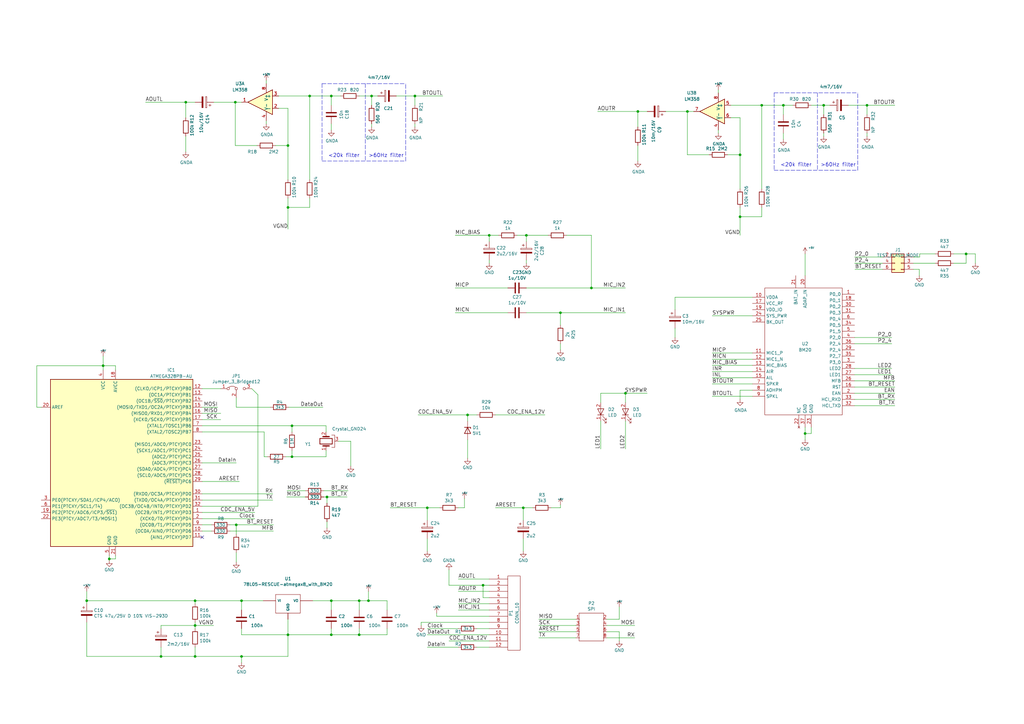
<source format=kicad_sch>
(kicad_sch (version 20200602) (host eeschema "5.99.0-unknown-6083c08~88~ubuntu18.04.1")
  (page 1 1)
  (paper "A3")
  (title_block (date "12 mar 2014"))
  (junction (at 35.56 246.38))
  (junction (at 42.291 149.987))
  (junction (at 44.831 229.235))
  (junction (at 66.04 269.24))
  (junction (at 76.2 41.91))
  (junction (at 80.01 246.38))
  (junction (at 80.01 256.54))
  (junction (at 80.01 269.24))
  (junction (at 96.52 41.91))
  (junction (at 96.901 215.265))
  (junction (at 99.06 246.38))
  (junction (at 99.06 269.24))
  (junction (at 118.11 59.69))
  (junction (at 118.11 85.09))
  (junction (at 118.11 260.35))
  (junction (at 119.761 174.625))
  (junction (at 119.761 187.325))
  (junction (at 127 39.37))
  (junction (at 134.112 203.835))
  (junction (at 135.89 39.37))
  (junction (at 135.89 246.38))
  (junction (at 135.89 260.35))
  (junction (at 147.32 246.38))
  (junction (at 147.32 260.35))
  (junction (at 151.13 246.38))
  (junction (at 152.4 39.37))
  (junction (at 170.18 39.37))
  (junction (at 175.26 208.28))
  (junction (at 191.77 170.18))
  (junction (at 198.12 240.03))
  (junction (at 200.66 96.52))
  (junction (at 214.63 208.28))
  (junction (at 215.9 96.52))
  (junction (at 229.87 128.27))
  (junction (at 242.57 118.11))
  (junction (at 256.54 161.29))
  (junction (at 261.62 45.72))
  (junction (at 281.94 45.72))
  (junction (at 303.53 63.5))
  (junction (at 303.53 88.9))
  (junction (at 312.42 43.18))
  (junction (at 321.31 43.18))
  (junction (at 330.2 177.8))
  (junction (at 337.82 43.18))
  (junction (at 355.6 43.18))
  (junction (at 396.24 104.14))
  (no_connect (at 82.931 220.345))
  (wire (pts (xy 15.113 149.987) (xy 42.291 149.987)))
  (wire (pts (xy 15.113 167.005) (xy 15.113 149.987)))
  (wire (pts (xy 16.891 167.005) (xy 15.113 167.005)))
  (wire (pts (xy 35.56 246.38) (xy 35.56 242.57)))
  (wire (pts (xy 35.56 246.38) (xy 35.56 247.65)))
  (wire (pts (xy 35.56 246.38) (xy 80.01 246.38)))
  (wire (pts (xy 35.56 255.27) (xy 35.56 269.24)))
  (wire (pts (xy 35.56 269.24) (xy 66.04 269.24)))
  (wire (pts (xy 42.291 146.05) (xy 42.291 149.987)))
  (wire (pts (xy 42.291 149.987) (xy 42.291 151.765)))
  (wire (pts (xy 42.291 149.987) (xy 47.371 149.987)))
  (wire (pts (xy 44.831 227.965) (xy 44.831 229.235)))
  (wire (pts (xy 44.831 229.235) (xy 44.831 229.87)))
  (wire (pts (xy 44.831 229.235) (xy 47.371 229.235)))
  (wire (pts (xy 47.371 149.987) (xy 47.371 151.765)))
  (wire (pts (xy 47.371 229.235) (xy 47.371 227.965)))
  (wire (pts (xy 59.69 41.91) (xy 76.2 41.91)))
  (wire (pts (xy 66.04 256.54) (xy 80.01 256.54)))
  (wire (pts (xy 66.04 257.81) (xy 66.04 256.54)))
  (wire (pts (xy 66.04 265.43) (xy 66.04 269.24)))
  (wire (pts (xy 76.2 41.91) (xy 80.01 41.91)))
  (wire (pts (xy 76.2 48.26) (xy 76.2 41.91)))
  (wire (pts (xy 76.2 62.23) (xy 76.2 55.88)))
  (wire (pts (xy 80.01 246.38) (xy 80.01 247.65)))
  (wire (pts (xy 80.01 246.38) (xy 99.06 246.38)))
  (wire (pts (xy 80.01 255.27) (xy 80.01 256.54)))
  (wire (pts (xy 80.01 256.54) (xy 80.01 257.81)))
  (wire (pts (xy 80.01 256.54) (xy 87.63 256.54)))
  (wire (pts (xy 80.01 265.43) (xy 80.01 269.24)))
  (wire (pts (xy 80.01 269.24) (xy 66.04 269.24)))
  (wire (pts (xy 82.931 169.545) (xy 90.551 169.545)))
  (wire (pts (xy 82.931 172.085) (xy 90.551 172.085)))
  (wire (pts (xy 82.931 174.625) (xy 119.761 174.625)))
  (wire (pts (xy 82.931 177.165) (xy 108.331 177.165)))
  (wire (pts (xy 82.931 189.865) (xy 96.901 189.865)))
  (wire (pts (xy 82.931 197.485) (xy 98.171 197.485)))
  (wire (pts (xy 82.931 202.565) (xy 111.887 202.565)))
  (wire (pts (xy 82.931 205.105) (xy 111.887 205.105)))
  (wire (pts (xy 82.931 207.645) (xy 105.791 207.645)))
  (wire (pts (xy 82.931 210.185) (xy 104.521 210.185)))
  (wire (pts (xy 82.931 212.725) (xy 104.521 212.725)))
  (wire (pts (xy 86.741 215.265) (xy 82.931 215.265)))
  (wire (pts (xy 86.741 217.805) (xy 82.931 217.805)))
  (wire (pts (xy 87.63 41.91) (xy 96.52 41.91)))
  (wire (pts (xy 89.281 167.005) (xy 82.931 167.005)))
  (wire (pts (xy 90.551 159.385) (xy 82.931 159.385)))
  (wire (pts (xy 94.361 215.265) (xy 96.901 215.265)))
  (wire (pts (xy 94.361 217.805) (xy 112.141 217.805)))
  (wire (pts (xy 96.52 41.91) (xy 96.52 59.69)))
  (wire (pts (xy 96.52 41.91) (xy 99.06 41.91)))
  (wire (pts (xy 96.901 167.005) (xy 96.901 163.195)))
  (wire (pts (xy 96.901 167.005) (xy 110.871 167.005)))
  (wire (pts (xy 96.901 215.265) (xy 112.141 215.265)))
  (wire (pts (xy 96.901 219.075) (xy 96.901 215.265)))
  (wire (pts (xy 96.901 230.505) (xy 96.901 226.695)))
  (wire (pts (xy 99.06 250.19) (xy 99.06 246.38)))
  (wire (pts (xy 99.06 257.81) (xy 99.06 260.35)))
  (wire (pts (xy 99.06 260.35) (xy 118.11 260.35)))
  (wire (pts (xy 99.06 269.24) (xy 80.01 269.24)))
  (wire (pts (xy 99.06 271.78) (xy 99.06 269.24)))
  (wire (pts (xy 103.251 159.385) (xy 105.791 161.925)))
  (wire (pts (xy 105.41 59.69) (xy 96.52 59.69)))
  (wire (pts (xy 105.791 161.925) (xy 105.791 207.645)))
  (wire (pts (xy 107.95 246.38) (xy 99.06 246.38)))
  (wire (pts (xy 108.331 177.165) (xy 108.331 187.325)))
  (wire (pts (xy 108.331 187.325) (xy 109.601 187.325)))
  (wire (pts (xy 109.22 33.02) (xy 109.22 34.29)))
  (wire (pts (xy 109.22 50.8) (xy 109.22 49.53)))
  (wire (pts (xy 113.03 59.69) (xy 118.11 59.69)))
  (wire (pts (xy 114.3 39.37) (xy 127 39.37)))
  (wire (pts (xy 114.3 44.45) (xy 118.11 44.45)))
  (wire (pts (xy 117.221 187.325) (xy 119.761 187.325)))
  (wire (pts (xy 117.602 203.835) (xy 125.222 203.835)))
  (wire (pts (xy 117.729 201.295) (xy 125.222 201.295)))
  (wire (pts (xy 118.11 44.45) (xy 118.11 59.69)))
  (wire (pts (xy 118.11 59.69) (xy 118.11 73.66)))
  (wire (pts (xy 118.11 81.28) (xy 118.11 85.09)))
  (wire (pts (xy 118.11 85.09) (xy 118.11 93.98)))
  (wire (pts (xy 118.11 254) (xy 118.11 260.35)))
  (wire (pts (xy 118.11 260.35) (xy 118.11 269.24)))
  (wire (pts (xy 118.11 269.24) (xy 99.06 269.24)))
  (wire (pts (xy 118.491 167.005) (xy 132.461 167.005)))
  (wire (pts (xy 119.761 174.625) (xy 119.761 177.165)))
  (wire (pts (xy 119.761 174.625) (xy 133.731 174.625)))
  (wire (pts (xy 119.761 184.785) (xy 119.761 187.325)))
  (wire (pts (xy 119.761 187.325) (xy 133.731 187.325)))
  (wire (pts (xy 127 39.37) (xy 135.89 39.37)))
  (wire (pts (xy 127 73.66) (xy 127 39.37)))
  (wire (pts (xy 127 81.28) (xy 127 85.09)))
  (wire (pts (xy 127 85.09) (xy 118.11 85.09)))
  (wire (pts (xy 128.27 246.38) (xy 135.89 246.38)))
  (wire (pts (xy 132.842 201.295) (xy 142.748 201.295)))
  (wire (pts (xy 132.842 203.835) (xy 134.112 203.835)))
  (wire (pts (xy 133.731 174.625) (xy 133.731 177.165)))
  (wire (pts (xy 133.731 187.325) (xy 133.731 184.785)))
  (wire (pts (xy 134.112 203.835) (xy 142.367 203.835)))
  (wire (pts (xy 134.112 206.375) (xy 134.112 203.835)))
  (wire (pts (xy 134.112 216.535) (xy 134.112 213.995)))
  (wire (pts (xy 135.89 39.37) (xy 139.7 39.37)))
  (wire (pts (xy 135.89 43.18) (xy 135.89 39.37)))
  (wire (pts (xy 135.89 50.8) (xy 135.89 53.34)))
  (wire (pts (xy 135.89 246.38) (xy 147.32 246.38)))
  (wire (pts (xy 135.89 250.19) (xy 135.89 246.38)))
  (wire (pts (xy 135.89 257.81) (xy 135.89 260.35)))
  (wire (pts (xy 135.89 260.35) (xy 118.11 260.35)))
  (wire (pts (xy 138.811 180.975) (xy 143.891 180.975)))
  (wire (pts (xy 143.891 180.975) (xy 143.891 191.135)))
  (wire (pts (xy 147.32 39.37) (xy 152.4 39.37)))
  (wire (pts (xy 147.32 246.38) (xy 151.13 246.38)))
  (wire (pts (xy 147.32 250.19) (xy 147.32 246.38)))
  (wire (pts (xy 147.32 257.81) (xy 147.32 260.35)))
  (wire (pts (xy 147.32 260.35) (xy 135.89 260.35)))
  (wire (pts (xy 151.13 246.38) (xy 151.13 242.57)))
  (wire (pts (xy 152.4 39.37) (xy 154.94 39.37)))
  (wire (pts (xy 152.4 43.18) (xy 152.4 39.37)))
  (wire (pts (xy 152.4 50.8) (xy 152.4 52.07)))
  (wire (pts (xy 158.75 246.38) (xy 151.13 246.38)))
  (wire (pts (xy 158.75 250.19) (xy 158.75 246.38)))
  (wire (pts (xy 158.75 257.81) (xy 158.75 260.35)))
  (wire (pts (xy 158.75 260.35) (xy 147.32 260.35)))
  (wire (pts (xy 160.02 208.28) (xy 175.26 208.28)))
  (wire (pts (xy 162.56 39.37) (xy 170.18 39.37)))
  (wire (pts (xy 170.18 39.37) (xy 170.18 43.18)))
  (wire (pts (xy 170.18 52.07) (xy 170.18 50.8)))
  (wire (pts (xy 171.45 170.18) (xy 191.77 170.18)))
  (wire (pts (xy 172.72 255.27) (xy 172.72 256.54)))
  (wire (pts (xy 172.72 255.27) (xy 200.66 255.27)))
  (wire (pts (xy 175.26 208.28) (xy 180.34 208.28)))
  (wire (pts (xy 175.26 213.36) (xy 175.26 208.28)))
  (wire (pts (xy 175.26 226.06) (xy 175.26 220.98)))
  (wire (pts (xy 175.26 260.35) (xy 200.66 260.35)))
  (wire (pts (xy 179.07 252.73) (xy 179.07 251.46)))
  (wire (pts (xy 179.07 252.73) (xy 200.66 252.73)))
  (wire (pts (xy 181.61 39.37) (xy 170.18 39.37)))
  (wire (pts (xy 184.15 233.68) (xy 184.15 240.03)))
  (wire (pts (xy 184.15 240.03) (xy 198.12 240.03)))
  (wire (pts (xy 184.15 262.89) (xy 200.66 262.89)))
  (wire (pts (xy 186.69 96.52) (xy 200.66 96.52)))
  (wire (pts (xy 186.69 118.11) (xy 208.28 118.11)))
  (wire (pts (xy 186.69 128.27) (xy 208.28 128.27)))
  (wire (pts (xy 187.96 208.28) (xy 190.5 208.28)))
  (wire (pts (xy 187.96 247.65) (xy 200.66 247.65)))
  (wire (pts (xy 187.96 250.19) (xy 200.66 250.19)))
  (wire (pts (xy 187.96 257.81) (xy 175.26 257.81)))
  (wire (pts (xy 187.96 265.43) (xy 175.26 265.43)))
  (wire (pts (xy 190.5 208.28) (xy 190.5 204.47)))
  (wire (pts (xy 191.77 170.18) (xy 191.77 172.72)))
  (wire (pts (xy 191.77 170.18) (xy 195.58 170.18)))
  (wire (pts (xy 191.77 180.34) (xy 191.77 187.96)))
  (wire (pts (xy 195.58 257.81) (xy 200.66 257.81)))
  (wire (pts (xy 195.58 265.43) (xy 200.66 265.43)))
  (wire (pts (xy 198.12 240.03) (xy 200.66 240.03)))
  (wire (pts (xy 198.12 245.11) (xy 198.12 240.03)))
  (wire (pts (xy 200.66 99.06) (xy 200.66 96.52)))
  (wire (pts (xy 200.66 107.95) (xy 200.66 106.68)))
  (wire (pts (xy 200.66 237.49) (xy 187.96 237.49)))
  (wire (pts (xy 200.66 242.57) (xy 187.96 242.57)))
  (wire (pts (xy 200.66 245.11) (xy 198.12 245.11)))
  (wire (pts (xy 203.2 170.18) (xy 223.52 170.18)))
  (wire (pts (xy 203.2 208.28) (xy 214.63 208.28)))
  (wire (pts (xy 204.47 96.52) (xy 200.66 96.52)))
  (wire (pts (xy 212.09 96.52) (xy 215.9 96.52)))
  (wire (pts (xy 214.63 208.28) (xy 214.63 213.36)))
  (wire (pts (xy 214.63 208.28) (xy 218.44 208.28)))
  (wire (pts (xy 214.63 226.06) (xy 214.63 220.98)))
  (wire (pts (xy 215.9 96.52) (xy 224.79 96.52)))
  (wire (pts (xy 215.9 99.06) (xy 215.9 96.52)))
  (wire (pts (xy 215.9 107.95) (xy 215.9 106.68)))
  (wire (pts (xy 215.9 118.11) (xy 242.57 118.11)))
  (wire (pts (xy 215.9 128.27) (xy 229.87 128.27)))
  (wire (pts (xy 220.98 256.54) (xy 236.22 256.54)))
  (wire (pts (xy 220.98 261.62) (xy 236.22 261.62)))
  (wire (pts (xy 229.87 128.27) (xy 256.54 128.27)))
  (wire (pts (xy 229.87 133.35) (xy 229.87 128.27)))
  (wire (pts (xy 229.87 143.51) (xy 229.87 140.97)))
  (wire (pts (xy 229.87 207.01) (xy 229.87 208.28)))
  (wire (pts (xy 229.87 208.28) (xy 226.06 208.28)))
  (wire (pts (xy 232.41 96.52) (xy 242.57 96.52)))
  (wire (pts (xy 236.22 254) (xy 220.98 254)))
  (wire (pts (xy 236.22 259.08) (xy 220.98 259.08)))
  (wire (pts (xy 242.57 96.52) (xy 242.57 118.11)))
  (wire (pts (xy 242.57 118.11) (xy 256.54 118.11)))
  (wire (pts (xy 245.11 45.72) (xy 261.62 45.72)))
  (wire (pts (xy 246.38 161.29) (xy 256.54 161.29)))
  (wire (pts (xy 246.38 165.1) (xy 246.38 161.29)))
  (wire (pts (xy 246.38 172.72) (xy 246.38 184.15)))
  (wire (pts (xy 248.92 254) (xy 254 254)))
  (wire (pts (xy 248.92 256.54) (xy 260.35 256.54)))
  (wire (pts (xy 248.92 259.08) (xy 254 259.08)))
  (wire (pts (xy 248.92 261.62) (xy 260.35 261.62)))
  (wire (pts (xy 254 254) (xy 254 248.92)))
  (wire (pts (xy 254 259.08) (xy 254 262.89)))
  (wire (pts (xy 256.54 161.29) (xy 265.43 161.29)))
  (wire (pts (xy 256.54 165.1) (xy 256.54 161.29)))
  (wire (pts (xy 256.54 172.72) (xy 256.54 184.15)))
  (wire (pts (xy 261.62 45.72) (xy 265.43 45.72)))
  (wire (pts (xy 261.62 52.07) (xy 261.62 45.72)))
  (wire (pts (xy 261.62 66.04) (xy 261.62 59.69)))
  (wire (pts (xy 273.05 45.72) (xy 281.94 45.72)))
  (wire (pts (xy 276.86 121.92) (xy 308.61 121.92)))
  (wire (pts (xy 276.86 127) (xy 276.86 121.92)))
  (wire (pts (xy 276.86 138.43) (xy 276.86 134.62)))
  (wire (pts (xy 281.94 45.72) (xy 281.94 63.5)))
  (wire (pts (xy 281.94 45.72) (xy 284.48 45.72)))
  (wire (pts (xy 290.83 63.5) (xy 281.94 63.5)))
  (wire (pts (xy 292.1 144.78) (xy 308.61 144.78)))
  (wire (pts (xy 292.1 147.32) (xy 308.61 147.32)))
  (wire (pts (xy 292.1 149.86) (xy 308.61 149.86)))
  (wire (pts (xy 292.1 157.48) (xy 308.61 157.48)))
  (wire (pts (xy 292.1 162.56) (xy 308.61 162.56)))
  (wire (pts (xy 294.64 36.83) (xy 294.64 38.1)))
  (wire (pts (xy 294.64 54.61) (xy 294.64 53.34)))
  (wire (pts (xy 298.45 63.5) (xy 303.53 63.5)))
  (wire (pts (xy 299.72 43.18) (xy 312.42 43.18)))
  (wire (pts (xy 299.72 48.26) (xy 303.53 48.26)))
  (wire (pts (xy 303.53 48.26) (xy 303.53 63.5)))
  (wire (pts (xy 303.53 77.47) (xy 303.53 63.5)))
  (wire (pts (xy 303.53 85.09) (xy 303.53 88.9)))
  (wire (pts (xy 303.53 88.9) (xy 303.53 96.52)))
  (wire (pts (xy 303.53 160.02) (xy 308.61 160.02)))
  (wire (pts (xy 303.53 163.83) (xy 303.53 160.02)))
  (wire (pts (xy 308.61 129.54) (xy 292.1 129.54)))
  (wire (pts (xy 308.61 152.4) (xy 292.1 152.4)))
  (wire (pts (xy 308.61 154.94) (xy 292.1 154.94)))
  (wire (pts (xy 312.42 43.18) (xy 321.31 43.18)))
  (wire (pts (xy 312.42 77.47) (xy 312.42 43.18)))
  (wire (pts (xy 312.42 85.09) (xy 312.42 88.9)))
  (wire (pts (xy 312.42 88.9) (xy 303.53 88.9)))
  (wire (pts (xy 321.31 43.18) (xy 325.12 43.18)))
  (wire (pts (xy 321.31 46.99) (xy 321.31 43.18)))
  (wire (pts (xy 321.31 54.61) (xy 321.31 57.15)))
  (wire (pts (xy 330.2 104.14) (xy 330.2 113.03)))
  (wire (pts (xy 330.2 175.26) (xy 330.2 177.8)))
  (wire (pts (xy 330.2 177.8) (xy 330.2 180.34)))
  (wire (pts (xy 332.74 43.18) (xy 337.82 43.18)))
  (wire (pts (xy 332.74 175.26) (xy 332.74 177.8)))
  (wire (pts (xy 332.74 177.8) (xy 330.2 177.8)))
  (wire (pts (xy 337.82 43.18) (xy 340.36 43.18)))
  (wire (pts (xy 337.82 46.99) (xy 337.82 43.18)))
  (wire (pts (xy 337.82 54.61) (xy 337.82 55.88)))
  (wire (pts (xy 347.98 43.18) (xy 355.6 43.18)))
  (wire (pts (xy 350.52 107.95) (xy 361.95 107.95)))
  (wire (pts (xy 350.52 138.43) (xy 365.76 138.43)))
  (wire (pts (xy 350.52 140.97) (xy 365.76 140.97)))
  (wire (pts (xy 350.52 156.21) (xy 367.03 156.21)))
  (wire (pts (xy 350.52 163.83) (xy 367.03 163.83)))
  (wire (pts (xy 350.647 110.49) (xy 361.95 110.49)))
  (wire (pts (xy 355.6 43.18) (xy 355.6 46.99)))
  (wire (pts (xy 355.6 55.88) (xy 355.6 54.61)))
  (wire (pts (xy 361.95 105.41) (xy 350.52 105.41)))
  (wire (pts (xy 365.76 151.13) (xy 350.52 151.13)))
  (wire (pts (xy 365.76 153.67) (xy 350.52 153.67)))
  (wire (pts (xy 367.03 43.18) (xy 355.6 43.18)))
  (wire (pts (xy 367.03 158.75) (xy 350.52 158.75)))
  (wire (pts (xy 367.03 161.29) (xy 350.52 161.29)))
  (wire (pts (xy 367.03 166.37) (xy 350.52 166.37)))
  (wire (pts (xy 374.65 107.95) (xy 383.54 107.95)))
  (wire (pts (xy 374.65 110.49) (xy 377.063 110.49)))
  (wire (pts (xy 377.063 110.49) (xy 377.063 113.03)))
  (wire (pts (xy 377.19 104.14) (xy 377.19 105.41)))
  (wire (pts (xy 377.19 105.41) (xy 374.65 105.41)))
  (wire (pts (xy 383.54 104.14) (xy 377.19 104.14)))
  (wire (pts (xy 391.16 107.95) (xy 396.24 107.95)))
  (wire (pts (xy 396.24 104.14) (xy 391.16 104.14)))
  (wire (pts (xy 396.24 107.95) (xy 396.24 104.14)))
  (wire (pts (xy 400.05 104.14) (xy 396.24 104.14)))
  (wire (pts (xy 400.05 107.95) (xy 400.05 104.14)))
  (polyline (pts (xy 132.08 34.29) (xy 132.08 66.04)) (stroke (width 0) (type dash)))
  (polyline (pts (xy 132.08 34.29) (xy 166.37 34.29)) (stroke (width 0) (type dash)))
  (polyline (pts (xy 132.08 66.04) (xy 166.37 66.04)) (stroke (width 0) (type dash)))
  (polyline (pts (xy 149.86 34.29) (xy 149.86 66.04)) (stroke (width 0) (type dash)))
  (polyline (pts (xy 166.37 66.04) (xy 166.37 34.29)) (stroke (width 0) (type dash)))
  (polyline (pts (xy 317.5 38.1) (xy 317.5 69.85)) (stroke (width 0) (type dash)))
  (polyline (pts (xy 317.5 38.1) (xy 351.79 38.1)) (stroke (width 0) (type dash)))
  (polyline (pts (xy 317.5 69.85) (xy 351.79 69.85)) (stroke (width 0) (type dash)))
  (polyline (pts (xy 335.28 38.1) (xy 335.28 69.85)) (stroke (width 0) (type dash)))
  (polyline (pts (xy 351.79 69.85) (xy 351.79 38.1)) (stroke (width 0) (type dash)))
  (text "<20k filter" (at 134.62 64.77 0) (effects (font (size 1.524 1.524)) (justify left bottom)))
  (text ">60Hz filter" (at 151.13 64.77 0) (effects (font (size 1.524 1.524)) (justify left bottom)))
  (text "<20k filter" (at 320.04 68.58 0) (effects (font (size 1.524 1.524)) (justify left bottom)))
  (text ">60Hz filter" (at 336.55 68.58 0) (effects (font (size 1.524 1.524)) (justify left bottom)))
  (label "AOUTL" (at 59.69 41.91 0) (effects (font (size 1.524 1.524))))
  (label "VGND" (at 87.63 256.54 180) (effects (font (size 1.524 1.524))))
  (label "MOSI" (at 89.281 167.005 180) (effects (font (size 1.524 1.524))))
  (label "MISO" (at 89.281 169.545 180) (effects (font (size 1.524 1.524))))
  (label "SCK" (at 89.281 172.085 180) (effects (font (size 1.524 1.524))))
  (label "DataIn" (at 96.901 189.865 180) (effects (font (size 1.524 1.524))))
  (label "ARESET" (at 98.171 197.485 180) (effects (font (size 1.524 1.524))))
  (label "CDC_ENA_5V" (at 104.521 210.185 180) (effects (font (size 1.524 1.524))))
  (label "Clock" (at 104.521 212.725 180) (effects (font (size 1.524 1.524))))
  (label "RX" (at 111.887 202.565 180) (effects (font (size 1.524 1.524))))
  (label "TX" (at 111.887 205.105 180) (effects (font (size 1.524 1.524))))
  (label "BT_RESET" (at 112.141 215.265 180) (effects (font (size 1.524 1.524))))
  (label "MFB" (at 112.141 217.805 180) (effects (font (size 1.524 1.524))))
  (label "MISO" (at 117.602 203.835 0) (effects (font (size 1.524 1.524))))
  (label "MOSI" (at 117.729 201.295 0) (effects (font (size 1.524 1.524))))
  (label "VGND" (at 118.11 93.98 180) (effects (font (size 1.524 1.524))))
  (label "DataOut" (at 132.461 167.005 180) (effects (font (size 1.524 1.524))))
  (label "BT_TX" (at 142.367 203.835 180) (effects (font (size 1.524 1.524))))
  (label "BT_RX" (at 142.748 201.295 180) (effects (font (size 1.524 1.524))))
  (label "BT_RESET" (at 160.02 208.28 0) (effects (font (size 1.524 1.524))))
  (label "CDC_ENA_5V" (at 171.45 170.18 0) (effects (font (size 1.524 1.524))))
  (label "Clock" (at 175.26 257.81 0) (effects (font (size 1.524 1.524))))
  (label "DataOut" (at 175.26 260.35 0) (effects (font (size 1.524 1.524))))
  (label "DataIn" (at 175.26 265.43 0) (effects (font (size 1.524 1.524))))
  (label "BTOUTL" (at 181.61 39.37 180) (effects (font (size 1.524 1.524))))
  (label "CDC_ENA_12V" (at 184.15 262.89 0) (effects (font (size 1.524 1.524))))
  (label "MIC_BIAS" (at 186.69 96.52 0) (effects (font (size 1.524 1.524))))
  (label "MICP" (at 186.69 118.11 0) (effects (font (size 1.524 1.524))))
  (label "MICN" (at 186.69 128.27 0) (effects (font (size 1.524 1.524))))
  (label "AOUTL" (at 187.96 237.49 0) (effects (font (size 1.524 1.524))))
  (label "AOUTR" (at 187.96 242.57 0) (effects (font (size 1.524 1.524))))
  (label "MIC_IN2" (at 187.96 247.65 0) (effects (font (size 1.524 1.524))))
  (label "MIC_IN1" (at 187.96 250.19 0) (effects (font (size 1.524 1.524))))
  (label "ARESET" (at 203.2 208.28 0) (effects (font (size 1.524 1.524))))
  (label "MISO" (at 220.98 254 0) (effects (font (size 1.524 1.524))))
  (label "SCK" (at 220.98 256.54 0) (effects (font (size 1.524 1.524))))
  (label "ARESET" (at 220.98 259.08 0) (effects (font (size 1.524 1.524))))
  (label "TX" (at 220.98 261.62 0) (effects (font (size 1.524 1.524))))
  (label "CDC_ENA_12V" (at 223.52 170.18 180) (effects (font (size 1.524 1.524))))
  (label "AOUTR" (at 245.11 45.72 0) (effects (font (size 1.524 1.524))))
  (label "LED1" (at 246.38 184.15 90) (effects (font (size 1.524 1.524))))
  (label "MIC_IN2" (at 256.54 118.11 180) (effects (font (size 1.524 1.524))))
  (label "MIC_IN1" (at 256.54 128.27 180) (effects (font (size 1.524 1.524))))
  (label "LED2" (at 256.54 184.15 90) (effects (font (size 1.524 1.524))))
  (label "MOSI" (at 260.35 256.54 180) (effects (font (size 1.524 1.524))))
  (label "RX" (at 260.35 261.62 180) (effects (font (size 1.524 1.524))))
  (label "SYSPWR" (at 265.43 161.29 180) (effects (font (size 1.524 1.524))))
  (label "SYSPWR" (at 292.1 129.54 0) (effects (font (size 1.524 1.524))))
  (label "MICP" (at 292.1 144.78 0) (effects (font (size 1.524 1.524))))
  (label "MICN" (at 292.1 147.32 0) (effects (font (size 1.524 1.524))))
  (label "MIC_BIAS" (at 292.1 149.86 0) (effects (font (size 1.524 1.524))))
  (label "INR" (at 292.1 152.4 0) (effects (font (size 1.524 1.524))))
  (label "INL" (at 292.1 154.94 0) (effects (font (size 1.524 1.524))))
  (label "BTOUTR" (at 292.1 157.48 0) (effects (font (size 1.524 1.524))))
  (label "BTOUTL" (at 292.1 162.56 0) (effects (font (size 1.524 1.524))))
  (label "VGND" (at 303.53 96.52 180) (effects (font (size 1.524 1.524))))
  (label "P2_0" (at 350.52 105.41 0) (effects (font (size 1.524 1.524))))
  (label "P2_4" (at 350.52 107.95 0) (effects (font (size 1.524 1.524))))
  (label "BT_RESET" (at 350.647 110.49 0) (effects (font (size 1.524 1.524))))
  (label "P2_0" (at 365.76 138.43 180) (effects (font (size 1.524 1.524))))
  (label "P2_4" (at 365.76 140.97 180) (effects (font (size 1.524 1.524))))
  (label "LED2" (at 365.76 151.13 180) (effects (font (size 1.524 1.524))))
  (label "LED1" (at 365.76 153.67 180) (effects (font (size 1.524 1.524))))
  (label "BTOUTR" (at 367.03 43.18 180) (effects (font (size 1.524 1.524))))
  (label "MFB" (at 367.03 156.21 180) (effects (font (size 1.524 1.524))))
  (label "BT_RESET" (at 367.03 158.75 180) (effects (font (size 1.524 1.524))))
  (label "EAN" (at 367.03 161.29 180) (effects (font (size 1.524 1.524))))
  (label "BT_RX" (at 367.03 163.83 180) (effects (font (size 1.524 1.524))))
  (label "BT_TX" (at 367.03 166.37 180) (effects (font (size 1.524 1.524))))
  (symbol (lib_id "atmegax8_with_BM20-rescue:+12V-RESCUE-atmegax8_with_BM20") (at 35.56 242.57 0) (unit 1)
    (property "Reference" "#PWR02" (effects hide))
    (property "Value" "+12V" (at 35.56 240.03 0) (effects (font (size 0.762 0.762))))
  )
  (symbol (lib_id "atmegax8_with_BM20-rescue:+5V-RESCUE-atmegax8_with_BM20") (at 42.291 146.05 0) (unit 1)
    (property "Reference" "#PWR04" (effects hide))
    (property "Value" "+5V" (at 42.291 143.764 0) (effects (font (size 0.762 0.762))))
  )
  (symbol (lib_id "atmegax8_with_BM20-rescue:+12V-RESCUE-atmegax8_with_BM20") (at 109.22 33.02 0) (unit 1)
    (property "Reference" "#PWR09" (effects hide))
    (property "Value" "+12V" (at 109.22 30.48 0) (effects (font (size 0.762 0.762))))
  )
  (symbol (lib_id "atmegax8_with_BM20-rescue:+5V-RESCUE-atmegax8_with_BM20") (at 151.13 242.57 0) (unit 1)
    (property "Reference" "#PWR03" (effects hide))
    (property "Value" "+5V" (at 151.13 240.284 0) (effects (font (size 0.762 0.762))))
  )
  (symbol (lib_id "atmegax8_with_BM20-rescue:+12V-RESCUE-atmegax8_with_BM20") (at 179.07 251.46 0) (unit 1)
    (property "Reference" "#PWR05" (effects hide))
    (property "Value" "+12V" (at 179.07 248.92 0) (effects (font (size 0.762 0.762))))
  )
  (symbol (lib_id "atmegax8_with_BM20-rescue:+5V-RESCUE-atmegax8_with_BM20") (at 190.5 204.47 0) (unit 1)
    (property "Reference" "#PWR018" (effects hide))
    (property "Value" "+5V" (at 190.5 202.184 0) (effects (font (size 0.762 0.762))))
  )
  (symbol (lib_id "atmegax8_with_BM20-rescue:+5V-RESCUE-atmegax8_with_BM20") (at 229.87 207.01 0) (unit 1)
    (property "Reference" "#PWR01" (effects hide))
    (property "Value" "+5V" (at 229.87 204.724 0) (effects (font (size 0.762 0.762))))
  )
  (symbol (lib_id "atmegax8_with_BM20-rescue:+5V-RESCUE-atmegax8_with_BM20") (at 254 248.92 0) (unit 1)
    (property "Reference" "#PWR019" (effects hide))
    (property "Value" "+5V" (at 254 246.634 0) (effects (font (size 0.762 0.762))))
  )
  (symbol (lib_id "atmegax8_with_BM20-rescue:+12V-RESCUE-atmegax8_with_BM20") (at 294.64 36.83 0) (unit 1)
    (property "Reference" "#PWR023" (effects hide))
    (property "Value" "+12V" (at 294.64 34.29 0) (effects (font (size 0.762 0.762))))
  )
  (symbol (lib_id "atmegax8_with_BM20-rescue:+5V-RESCUE-atmegax8_with_BM20") (at 330.2 104.14 0) (unit 1)
    (property "Reference" "#PWR026" (effects hide))
    (property "Value" "+5V" (at 332.74 101.6 0) (effects (font (size 0.762 0.762))))
  )
  (symbol (lib_id "atmegax8_with_BM20-rescue:GND-RESCUE-atmegax8_with_BM20") (at 44.831 229.87 0) (unit 1)
    (property "Reference" "#PWR06" (effects hide))
    (property "Value" "GND" (at 44.831 233.68 0))
  )
  (symbol (lib_id "atmegax8_with_BM20-rescue:GNDA-RESCUE-atmegax8_with_BM20") (at 76.2 62.23 0) (unit 1)
    (property "Reference" "#PWR032" (effects hide))
    (property "Value" "GNDA" (at 76.4032 66.6496 0))
  )
  (symbol (lib_id "atmegax8_with_BM20-rescue:GND-RESCUE-atmegax8_with_BM20") (at 96.901 230.505 0) (unit 1)
    (property "Reference" "#PWR034" (effects hide))
    (property "Value" "GND" (at 96.901 234.315 0))
  )
  (symbol (lib_id "atmegax8_with_BM20-rescue:GND-RESCUE-atmegax8_with_BM20") (at 99.06 271.78 0) (unit 1)
    (property "Reference" "#PWR08" (effects hide))
    (property "Value" "GND" (at 99.06 275.59 0))
  )
  (symbol (lib_id "atmegax8_with_BM20-rescue:GNDA-RESCUE-atmegax8_with_BM20") (at 109.22 50.8 0) (unit 1)
    (property "Reference" "#PWR031" (effects hide))
    (property "Value" "GNDA" (at 109.4232 55.2196 0))
  )
  (symbol (lib_id "atmegax8_with_BM20-rescue:GND-RESCUE-atmegax8_with_BM20") (at 134.112 216.535 0) (unit 1)
    (property "Reference" "#PWR028" (effects hide))
    (property "Value" "GND" (at 134.112 220.345 0))
  )
  (symbol (lib_id "atmegax8_with_BM20-rescue:GNDA-RESCUE-atmegax8_with_BM20") (at 135.89 53.34 0) (unit 1)
    (property "Reference" "#PWR010" (effects hide))
    (property "Value" "GNDA" (at 136.0932 57.7596 0))
  )
  (symbol (lib_id "atmegax8_with_BM20-rescue:GND-RESCUE-atmegax8_with_BM20") (at 143.891 191.135 0) (unit 1)
    (property "Reference" "#PWR07" (effects hide))
    (property "Value" "GND" (at 143.891 194.945 0))
  )
  (symbol (lib_id "atmegax8_with_BM20-rescue:GNDA-RESCUE-atmegax8_with_BM20") (at 152.4 52.07 0) (unit 1)
    (property "Reference" "#PWR014" (effects hide))
    (property "Value" "GNDA" (at 152.6032 56.4896 0))
  )
  (symbol (lib_id "atmegax8_with_BM20-rescue:GNDA-RESCUE-atmegax8_with_BM20") (at 170.18 52.07 0) (unit 1)
    (property "Reference" "#PWR016" (effects hide))
    (property "Value" "GNDA" (at 170.3832 56.4896 0))
  )
  (symbol (lib_id "atmegax8_with_BM20-rescue:GND-RESCUE-atmegax8_with_BM20") (at 172.72 256.54 0) (unit 1)
    (property "Reference" "#PWR011" (effects hide))
    (property "Value" "GND" (at 172.72 260.35 0))
  )
  (symbol (lib_id "atmegax8_with_BM20-rescue:GND-RESCUE-atmegax8_with_BM20") (at 175.26 226.06 0) (unit 1)
    (property "Reference" "#PWR017" (effects hide))
    (property "Value" "GND" (at 175.26 229.87 0))
  )
  (symbol (lib_id "atmegax8_with_BM20-rescue:GNDA-RESCUE-atmegax8_with_BM20") (at 184.15 233.68 180) (unit 1)
    (property "Reference" "#PWR021" (effects hide))
    (property "Value" "GNDA" (at 184.15 229.87 0))
  )
  (symbol (lib_id "atmegax8_with_BM20-rescue:GND-RESCUE-atmegax8_with_BM20") (at 191.77 187.96 0) (unit 1)
    (property "Reference" "#PWR039" (effects hide))
    (property "Value" "GND" (at 191.77 191.77 0))
  )
  (symbol (lib_id "atmegax8_with_BM20-rescue:GND-RESCUE-atmegax8_with_BM20") (at 200.66 107.95 0) (unit 1)
    (property "Reference" "#PWR038" (effects hide))
    (property "Value" "GND" (at 200.66 111.76 0))
  )
  (symbol (lib_id "atmegax8_with_BM20-rescue:GND-RESCUE-atmegax8_with_BM20") (at 214.63 226.06 0) (unit 1)
    (property "Reference" "#PWR012" (effects hide))
    (property "Value" "GND" (at 214.63 229.87 0))
  )
  (symbol (lib_id "atmegax8_with_BM20-rescue:GND-RESCUE-atmegax8_with_BM20") (at 215.9 107.95 0) (unit 1)
    (property "Reference" "#PWR013" (effects hide))
    (property "Value" "GND" (at 215.9 111.76 0))
  )
  (symbol (lib_id "atmegax8_with_BM20-rescue:GND-RESCUE-atmegax8_with_BM20") (at 229.87 143.51 0) (unit 1)
    (property "Reference" "#PWR029" (effects hide))
    (property "Value" "GND" (at 229.87 147.32 0))
  )
  (symbol (lib_id "atmegax8_with_BM20-rescue:GND-RESCUE-atmegax8_with_BM20") (at 254 262.89 0) (unit 1)
    (property "Reference" "#PWR020" (effects hide))
    (property "Value" "GND" (at 254 266.7 0))
  )
  (symbol (lib_id "atmegax8_with_BM20-rescue:GNDA-RESCUE-atmegax8_with_BM20") (at 261.62 66.04 0) (unit 1)
    (property "Reference" "#PWR036" (effects hide))
    (property "Value" "GNDA" (at 261.8232 70.4596 0))
  )
  (symbol (lib_id "atmegax8_with_BM20-rescue:GND-RESCUE-atmegax8_with_BM20") (at 276.86 138.43 0) (unit 1)
    (property "Reference" "#PWR022" (effects hide))
    (property "Value" "GND" (at 276.86 142.24 0))
  )
  (symbol (lib_id "atmegax8_with_BM20-rescue:GNDA-RESCUE-atmegax8_with_BM20") (at 294.64 54.61 0) (unit 1)
    (property "Reference" "#PWR035" (effects hide))
    (property "Value" "GNDA" (at 294.8432 59.0296 0))
  )
  (symbol (lib_id "atmegax8_with_BM20-rescue:GNDA-RESCUE-atmegax8_with_BM20") (at 303.53 163.83 0) (unit 1)
    (property "Reference" "#PWR024" (effects hide))
    (property "Value" "GNDA" (at 303.7332 168.2496 0))
  )
  (symbol (lib_id "atmegax8_with_BM20-rescue:GNDA-RESCUE-atmegax8_with_BM20") (at 321.31 57.15 0) (unit 1)
    (property "Reference" "#PWR025" (effects hide))
    (property "Value" "GNDA" (at 321.5132 61.5696 0))
  )
  (symbol (lib_id "atmegax8_with_BM20-rescue:GND-RESCUE-atmegax8_with_BM20") (at 330.2 180.34 0) (unit 1)
    (property "Reference" "#PWR043" (effects hide))
    (property "Value" "GND" (at 330.2 184.15 0))
  )
  (symbol (lib_id "atmegax8_with_BM20-rescue:GNDA-RESCUE-atmegax8_with_BM20") (at 337.82 55.88 0) (unit 1)
    (property "Reference" "#PWR027" (effects hide))
    (property "Value" "GNDA" (at 338.0232 60.2996 0))
  )
  (symbol (lib_id "atmegax8_with_BM20-rescue:GNDA-RESCUE-atmegax8_with_BM20") (at 355.6 55.88 0) (unit 1)
    (property "Reference" "#PWR030" (effects hide))
    (property "Value" "GNDA" (at 355.8032 60.2996 0))
  )
  (symbol (lib_id "atmegax8_with_BM20-rescue:GND-RESCUE-atmegax8_with_BM20") (at 377.063 113.03 0) (unit 1)
    (property "Reference" "#PWR0101" (effects hide))
    (property "Value" "GND" (at 377.063 116.84 0))
  )
  (symbol (lib_id "atmegax8_with_BM20-rescue:GND-RESCUE-atmegax8_with_BM20") (at 400.05 107.95 0) (unit 1)
    (property "Reference" "#PWR033" (effects hide))
    (property "Value" "GND" (at 400.05 111.76 0))
  )
  (symbol (lib_id "atmegax8_with_BM20-rescue:R-RESCUE-atmegax8_with_BM20") (at 76.2 52.07 0) (mirror x) (unit 1)
    (property "Reference" "R12" (at 78.74 50.8 90) (effects (justify right)))
    (property "Value" "100k" (at 78.74 55.88 90) (effects (justify right)))
    (property "Footprint" "Resistors_SMD:R_0805_HandSoldering" (effects hide))
  )
  (symbol (lib_id "atmegax8_with_BM20-rescue:R-RESCUE-atmegax8_with_BM20") (at 80.01 251.46 180) (unit 1)
    (property "Reference" "R16" (at 81.788 250.2916 0) (effects (justify right)))
    (property "Value" "100k" (at 81.788 252.6284 0) (effects (justify right)))
    (property "Footprint" "Resistors_SMD:R_0805_HandSoldering" (effects hide))
  )
  (symbol (lib_id "atmegax8_with_BM20-rescue:R-RESCUE-atmegax8_with_BM20") (at 80.01 261.62 180) (unit 1)
    (property "Reference" "R17" (at 81.788 260.4516 0) (effects (justify right)))
    (property "Value" "100k" (at 81.788 262.7884 0) (effects (justify right)))
    (property "Footprint" "Resistors_SMD:R_0805_HandSoldering" (effects hide))
  )
  (symbol (lib_id "atmegax8_with_BM20-rescue:R-RESCUE-atmegax8_with_BM20") (at 90.551 215.265 90) (unit 1)
    (property "Reference" "R8" (at 90.551 212.725 90))
    (property "Value" "330" (at 90.551 215.265 90))
    (property "Footprint" "Resistors_SMD:R_0805_HandSoldering" (effects hide))
  )
  (symbol (lib_id "atmegax8_with_BM20-rescue:R-RESCUE-atmegax8_with_BM20") (at 90.551 217.805 90) (unit 1)
    (property "Reference" "R9" (at 90.551 220.345 90))
    (property "Value" "330" (at 90.551 217.805 90))
    (property "Footprint" "Resistors_SMD:R_0805_HandSoldering" (effects hide))
  )
  (symbol (lib_id "atmegax8_with_BM20-rescue:R-RESCUE-atmegax8_with_BM20") (at 96.901 222.885 0) (unit 1)
    (property "Reference" "R34" (at 98.679 221.7166 0) (effects (justify left)))
    (property "Value" "4k7" (at 98.679 224.0534 0) (effects (justify left)))
    (property "Footprint" "Resistors_SMD:R_0805_HandSoldering" (effects hide))
  )
  (symbol (lib_id "atmegax8_with_BM20-rescue:R-RESCUE-atmegax8_with_BM20") (at 109.22 59.69 270) (mirror x) (unit 1)
    (property "Reference" "R18" (at 105.41 62.23 90) (effects (justify right)))
    (property "Value" "2M2" (at 114.3 62.23 90) (effects (justify right)))
    (property "Footprint" "Resistors_SMD:R_0805_HandSoldering" (effects hide))
  )
  (symbol (lib_id "atmegax8_with_BM20-rescue:R-RESCUE-atmegax8_with_BM20") (at 113.411 187.325 270) (unit 1)
    (property "Reference" "R5" (at 113.411 189.357 90))
    (property "Value" "27" (at 113.411 187.325 90))
    (property "Footprint" "Resistors_SMD:R_0805_HandSoldering" (effects hide))
  )
  (symbol (lib_id "atmegax8_with_BM20-rescue:R-RESCUE-atmegax8_with_BM20") (at 114.681 167.005 90) (unit 1)
    (property "Reference" "R4" (at 114.681 164.973 90))
    (property "Value" "3k3" (at 114.681 167.005 90))
    (property "Footprint" "Resistors_SMD:R_0805_HandSoldering" (effects hide))
  )
  (symbol (lib_id "atmegax8_with_BM20-rescue:R-RESCUE-atmegax8_with_BM20") (at 118.11 77.47 0) (mirror x) (unit 1)
    (property "Reference" "R10" (at 120.65 76.2 90) (effects (justify right)))
    (property "Value" "100k" (at 120.65 81.28 90) (effects (justify right)))
    (property "Footprint" "Resistors_SMD:R_0805_HandSoldering" (effects hide))
  )
  (symbol (lib_id "atmegax8_with_BM20-rescue:R-RESCUE-atmegax8_with_BM20") (at 119.761 180.975 0) (unit 1)
    (property "Reference" "R6" (at 117.221 180.975 90))
    (property "Value" "1M" (at 119.761 180.975 90))
    (property "Footprint" "Resistors_SMD:R_0805_HandSoldering" (effects hide))
  )
  (symbol (lib_id "atmegax8_with_BM20-rescue:R-RESCUE-atmegax8_with_BM20") (at 127 77.47 0) (mirror x) (unit 1)
    (property "Reference" "R24" (at 129.54 76.2 90) (effects (justify right)))
    (property "Value" "100k" (at 129.54 81.28 90) (effects (justify right)))
    (property "Footprint" "Resistors_SMD:R_0805_HandSoldering" (effects hide))
  )
  (symbol (lib_id "atmegax8_with_BM20-rescue:R-RESCUE-atmegax8_with_BM20") (at 129.032 201.295 90) (unit 1)
    (property "Reference" "R13" (at 129.032 198.755 90))
    (property "Value" "330" (at 129.032 201.295 90))
    (property "Footprint" "Resistors_SMD:R_0805_HandSoldering" (effects hide))
  )
  (symbol (lib_id "atmegax8_with_BM20-rescue:R-RESCUE-atmegax8_with_BM20") (at 129.032 203.835 90) (unit 1)
    (property "Reference" "R14" (at 129.032 206.375 90))
    (property "Value" "330" (at 129.032 203.835 90))
    (property "Footprint" "Resistors_SMD:R_0805_HandSoldering" (effects hide))
  )
  (symbol (lib_id "atmegax8_with_BM20-rescue:R-RESCUE-atmegax8_with_BM20") (at 134.112 210.185 0) (unit 1)
    (property "Reference" "R19" (at 135.89 209.0166 0) (effects (justify left)))
    (property "Value" "4k7" (at 135.89 211.3534 0) (effects (justify left)))
    (property "Footprint" "Resistors_SMD:R_0805_HandSoldering" (effects hide))
  )
  (symbol (lib_id "atmegax8_with_BM20-rescue:R-RESCUE-atmegax8_with_BM20") (at 143.51 39.37 270) (mirror x) (unit 1)
    (property "Reference" "R23" (at 142.24 36.83 90) (effects (justify right)))
    (property "Value" "820" (at 147.32 36.83 90) (effects (justify right)))
    (property "Footprint" "Resistors_SMD:R_0805_HandSoldering" (effects hide))
  )
  (symbol (lib_id "atmegax8_with_BM20-rescue:R-RESCUE-atmegax8_with_BM20") (at 152.4 46.99 0) (mirror x) (unit 1)
    (property "Reference" "R20" (at 154.94 45.72 90) (effects (justify right)))
    (property "Value" "560" (at 154.94 50.8 90) (effects (justify right)))
    (property "Footprint" "Resistors_SMD:R_0805_HandSoldering" (effects hide))
  )
  (symbol (lib_id "atmegax8_with_BM20-rescue:R-RESCUE-atmegax8_with_BM20") (at 170.18 46.99 0) (mirror x) (unit 1)
    (property "Reference" "R21" (at 172.72 45.72 90) (effects (justify right)))
    (property "Value" "NP" (at 172.72 50.8 90) (effects (justify right)))
    (property "Footprint" "Resistors_SMD:R_0805_HandSoldering" (effects hide))
  )
  (symbol (lib_id "atmegax8_with_BM20-rescue:R-RESCUE-atmegax8_with_BM20") (at 184.15 208.28 90) (unit 1)
    (property "Reference" "R7" (at 184.15 202.9968 90))
    (property "Value" "3k3" (at 184.15 205.3336 90))
    (property "Footprint" "Resistors_SMD:R_0805_HandSoldering" (effects hide))
  )
  (symbol (lib_id "atmegax8_with_BM20-rescue:R-RESCUE-atmegax8_with_BM20") (at 191.77 257.81 270) (unit 1)
    (property "Reference" "R1" (at 187.96 259.08 90))
    (property "Value" "3k3" (at 191.77 257.81 90))
    (property "Footprint" "Resistors_SMD:R_0805_HandSoldering" (effects hide))
  )
  (symbol (lib_id "atmegax8_with_BM20-rescue:R-RESCUE-atmegax8_with_BM20") (at 191.77 265.43 270) (unit 1)
    (property "Reference" "R2" (at 187.96 264.16 90))
    (property "Value" "3k3" (at 191.77 265.43 90))
    (property "Footprint" "Resistors_SMD:R_0805_HandSoldering" (effects hide))
  )
  (symbol (lib_id "atmegax8_with_BM20-rescue:R-RESCUE-atmegax8_with_BM20") (at 199.39 170.18 90) (unit 1)
    (property "Reference" "R29" (at 199.39 164.8968 90))
    (property "Value" "10k" (at 199.39 167.2336 90))
    (property "Footprint" "Resistors_SMD:R_0805_HandSoldering" (effects hide))
  )
  (symbol (lib_id "atmegax8_with_BM20-rescue:R-RESCUE-atmegax8_with_BM20") (at 208.28 96.52 270) (mirror x) (unit 1)
    (property "Reference" "R22" (at 208.28 91.2368 90))
    (property "Value" "1k" (at 208.28 93.5736 90))
    (property "Footprint" "Resistors_SMD:R_0805_HandSoldering" (effects hide))
  )
  (symbol (lib_id "atmegax8_with_BM20-rescue:R-RESCUE-atmegax8_with_BM20") (at 222.25 208.28 90) (unit 1)
    (property "Reference" "R3" (at 222.25 202.9968 90))
    (property "Value" "3k3" (at 222.25 205.3336 90))
    (property "Footprint" "Resistors_SMD:R_0805_HandSoldering" (effects hide))
  )
  (symbol (lib_id "atmegax8_with_BM20-rescue:R-RESCUE-atmegax8_with_BM20") (at 228.6 96.52 270) (mirror x) (unit 1)
    (property "Reference" "R27" (at 228.6 91.2368 90))
    (property "Value" "1k" (at 228.6 93.5736 90))
    (property "Footprint" "Resistors_SMD:R_0805_HandSoldering" (effects hide))
  )
  (symbol (lib_id "atmegax8_with_BM20-rescue:R-RESCUE-atmegax8_with_BM20") (at 229.87 137.16 0) (mirror x) (unit 1)
    (property "Reference" "R25" (at 235.1532 137.16 90))
    (property "Value" "2k" (at 232.8164 137.16 90))
    (property "Footprint" "Resistors_SMD:R_0805_HandSoldering" (effects hide))
  )
  (symbol (lib_id "atmegax8_with_BM20-rescue:R-RESCUE-atmegax8_with_BM20") (at 261.62 55.88 0) (mirror x) (unit 1)
    (property "Reference" "R11" (at 264.16 54.61 90) (effects (justify right)))
    (property "Value" "100k" (at 264.16 59.69 90) (effects (justify right)))
    (property "Footprint" "Resistors_SMD:R_0805_HandSoldering" (effects hide))
  )
  (symbol (lib_id "atmegax8_with_BM20-rescue:R-RESCUE-atmegax8_with_BM20") (at 294.64 63.5 270) (mirror x) (unit 1)
    (property "Reference" "R15" (at 293.37 60.96 90) (effects (justify right)))
    (property "Value" "2M2" (at 298.45 60.96 90) (effects (justify right)))
    (property "Footprint" "Resistors_SMD:R_0805_HandSoldering" (effects hide))
  )
  (symbol (lib_id "atmegax8_with_BM20-rescue:R-RESCUE-atmegax8_with_BM20") (at 303.53 81.28 0) (mirror x) (unit 1)
    (property "Reference" "R26" (at 306.07 80.01 90) (effects (justify right)))
    (property "Value" "100k" (at 306.07 85.09 90) (effects (justify right)))
    (property "Footprint" "Resistors_SMD:R_0805_HandSoldering" (effects hide))
  )
  (symbol (lib_id "atmegax8_with_BM20-rescue:R-RESCUE-atmegax8_with_BM20") (at 312.42 81.28 0) (mirror x) (unit 1)
    (property "Reference" "R28" (at 314.96 80.01 90) (effects (justify right)))
    (property "Value" "100k" (at 314.96 85.09 90) (effects (justify right)))
    (property "Footprint" "Resistors_SMD:R_0805_HandSoldering" (effects hide))
  )
  (symbol (lib_id "atmegax8_with_BM20-rescue:R-RESCUE-atmegax8_with_BM20") (at 328.93 43.18 270) (mirror x) (unit 1)
    (property "Reference" "R30" (at 327.66 40.64 90) (effects (justify right)))
    (property "Value" "820" (at 332.74 40.64 90) (effects (justify right)))
    (property "Footprint" "Resistors_SMD:R_0805_HandSoldering" (effects hide))
  )
  (symbol (lib_id "atmegax8_with_BM20-rescue:R-RESCUE-atmegax8_with_BM20") (at 337.82 50.8 0) (mirror x) (unit 1)
    (property "Reference" "R31" (at 340.36 49.53 90) (effects (justify right)))
    (property "Value" "560" (at 340.36 54.61 90) (effects (justify right)))
    (property "Footprint" "Resistors_SMD:R_0805_HandSoldering" (effects hide))
  )
  (symbol (lib_id "atmegax8_with_BM20-rescue:R-RESCUE-atmegax8_with_BM20") (at 355.6 50.8 0) (mirror x) (unit 1)
    (property "Reference" "R32" (at 358.14 49.53 90) (effects (justify right)))
    (property "Value" "NP" (at 358.14 54.61 90) (effects (justify right)))
    (property "Footprint" "Resistors_SMD:R_0805_HandSoldering" (effects hide))
  )
  (symbol (lib_id "Device:R") (at 387.35 104.14 270) (unit 1)
    (property "Reference" "R33" (at 387.35 98.8822 90))
    (property "Value" "4k7" (at 387.35 101.1936 90))
    (property "Footprint" "Resistors_SMD:R_0805_HandSoldering" (effects hide))
  )
  (symbol (lib_id "Device:R") (at 387.35 107.95 90) (unit 1)
    (property "Reference" "R35" (at 387.35 113.2078 90))
    (property "Value" "4k7" (at 387.35 110.8964 90))
    (property "Footprint" "Resistors_SMD:R_0805_HandSoldering" (effects hide))
  )
  (symbol (lib_id "Device:D_Zener") (at 191.77 176.53 270) (unit 1)
    (property "Reference" "D1" (at 193.7766 175.3616 90) (effects (justify left)))
    (property "Value" "5V1" (at 193.7766 177.673 90) (effects (justify left)))
    (property "Footprint" "Diodes_SMD.pretty:MiniMELF_Handsoldering" (effects hide))
  )
  (symbol (lib_id "atmegax8_with_BM20-rescue:LED-RESCUE-atmegax8_with_BM20") (at 246.38 168.91 90) (unit 1)
    (property "Reference" "D2" (at 249.3518 167.9448 90) (effects (justify right)))
    (property "Value" "LED" (at 249.3518 170.2562 90) (effects (justify right)))
    (property "Footprint" "LEDs:LED_0805_HandSoldering" (effects hide))
  )
  (symbol (lib_id "atmegax8_with_BM20-rescue:LED-RESCUE-atmegax8_with_BM20") (at 256.54 168.91 90) (unit 1)
    (property "Reference" "D3" (at 259.5118 167.9448 90) (effects (justify right)))
    (property "Value" "LED" (at 259.5118 170.2562 90) (effects (justify right)))
    (property "Footprint" "LEDs:LED_0805_HandSoldering" (effects hide))
  )
  (symbol (lib_id "atmegax8_with_BM20-rescue:CP-RESCUE-atmegax8_with_BM20") (at 35.56 251.46 0) (unit 1)
    (property "Reference" "C10" (at 38.481 250.2916 0) (effects (justify left)))
    (property "Value" "CTS 47u/25V D 10% VIS-293D" (at 38.481 252.6284 0) (effects (justify left)))
    (property "Footprint" "Capacitors_Tantalum_SMD.pretty:TantalC_SizeD_EIA-7343_HandSoldering" (effects hide))
  )
  (symbol (lib_id "atmegax8_with_BM20-rescue:CP-RESCUE-atmegax8_with_BM20") (at 66.04 261.62 0) (unit 1)
    (property "Reference" "C13" (at 71.12 260.35 0) (effects (justify left)))
    (property "Value" "2m2/16V" (at 68.58 264.16 0) (effects (justify left)))
    (property "Footprint" "Capacitors_Tantalum_SMD.pretty:TantalC_SizeA_EIA-3216_HandSoldering" (effects hide))
  )
  (symbol (lib_id "atmegax8_with_BM20-rescue:CP-RESCUE-atmegax8_with_BM20") (at 83.82 41.91 270) (mirror x) (unit 1)
    (property "Reference" "C14" (at 85.09 50.8 0) (effects (justify left)))
    (property "Value" "10u/16V" (at 82.55 54.61 0) (effects (justify left)))
    (property "Footprint" "Capacitors_SMD.pretty:c_elec_5x5.8" (effects hide))
  )
  (symbol (lib_id "atmegax8_with_BM20-rescue:C-RESCUE-atmegax8_with_BM20") (at 99.06 254 0) (unit 1)
    (property "Reference" "C1" (at 101.981 252.8316 0) (effects (justify left)))
    (property "Value" "100n" (at 102.87 256.54 0) (effects (justify left)))
    (property "Footprint" "Capacitors_SMD.pretty:C_0805_HandSoldering" (effects hide))
  )
  (symbol (lib_id "atmegax8_with_BM20-rescue:C-RESCUE-atmegax8_with_BM20") (at 135.89 46.99 0) (unit 1)
    (property "Reference" "C18" (at 142.3162 46.99 90))
    (property "Value" "10n" (at 139.9794 46.99 90))
    (property "Footprint" "Capacitors_SMD.pretty:C_0805_HandSoldering" (effects hide))
  )
  (symbol (lib_id "atmegax8_with_BM20-rescue:C-RESCUE-atmegax8_with_BM20") (at 135.89 254 0) (unit 1)
    (property "Reference" "C2" (at 138.811 252.8316 0) (effects (justify left)))
    (property "Value" "100n" (at 139.7 256.54 0) (effects (justify left)))
    (property "Footprint" "Capacitors_SMD.pretty:C_0805_HandSoldering" (effects hide))
  )
  (symbol (lib_id "atmegax8_with_BM20-rescue:C-RESCUE-atmegax8_with_BM20") (at 147.32 254 0) (unit 1)
    (property "Reference" "C6" (at 150.241 252.8316 0) (effects (justify left)))
    (property "Value" "100n" (at 151.13 256.54 0) (effects (justify left)))
    (property "Footprint" "Capacitors_SMD.pretty:C_0805_HandSoldering" (effects hide))
  )
  (symbol (lib_id "atmegax8_with_BM20-rescue:CP-RESCUE-atmegax8_with_BM20") (at 158.75 39.37 90) (mirror x) (unit 1)
    (property "Reference" "C21" (at 161.29 44.45 90) (effects (justify left)))
    (property "Value" "4m7/16V" (at 160.02 31.75 90) (effects (justify left)))
    (property "Footprint" "Capacitors_SMD.pretty:c_elec_5x5.8" (effects hide))
  )
  (symbol (lib_id "atmegax8_with_BM20-rescue:C-RESCUE-atmegax8_with_BM20") (at 158.75 254 0) (unit 1)
    (property "Reference" "C7" (at 161.671 252.8316 0) (effects (justify left)))
    (property "Value" "100n" (at 162.56 256.54 0) (effects (justify left)))
    (property "Footprint" "Capacitors_SMD.pretty:C_0805_HandSoldering" (effects hide))
  )
  (symbol (lib_id "atmegax8_with_BM20-rescue:CP-RESCUE-atmegax8_with_BM20") (at 175.26 217.17 0) (unit 1)
    (property "Reference" "C24" (at 176.53 214.63 0) (effects (justify left)))
    (property "Value" "2u2" (at 176.53 219.71 0) (effects (justify left)))
    (property "Footprint" "Capacitors_Tantalum_SMD.pretty:TantalC_SizeA_EIA-3216_HandSoldering" (effects hide))
  )
  (symbol (lib_id "Device:CP") (at 200.66 102.87 0) (unit 1)
    (property "Reference" "C22" (at 203.581 101.7016 0) (effects (justify left)))
    (property "Value" "2u2/16V" (at 203.581 104.0384 0) (effects (justify left)))
    (property "Footprint" "Capacitors_Tantalum_SMD.pretty:TantalC_SizeA_EIA-3216_HandSoldering" (effects hide))
  )
  (symbol (lib_id "atmegax8_with_BM20-rescue:C-RESCUE-atmegax8_with_BM20") (at 212.09 118.11 90) (unit 1)
    (property "Reference" "C23" (at 212.09 111.6838 90))
    (property "Value" "1u/10V" (at 212.09 114.0206 90))
    (property "Footprint" "Capacitors_SMD.pretty:C_1206_HandSoldering" (effects hide))
  )
  (symbol (lib_id "atmegax8_with_BM20-rescue:C-RESCUE-atmegax8_with_BM20") (at 212.09 128.27 90) (unit 1)
    (property "Reference" "C27" (at 212.09 121.8438 90))
    (property "Value" "1u/10V" (at 212.09 124.1806 90))
    (property "Footprint" "Capacitors_SMD.pretty:C_1206_HandSoldering" (effects hide))
  )
  (symbol (lib_id "atmegax8_with_BM20-rescue:CP-RESCUE-atmegax8_with_BM20") (at 214.63 217.17 0) (unit 1)
    (property "Reference" "C25" (at 215.9 214.63 0) (effects (justify left)))
    (property "Value" "2u2" (at 215.9 219.71 0) (effects (justify left)))
    (property "Footprint" "Capacitors_Tantalum_SMD.pretty:TantalC_SizeA_EIA-3216_HandSoldering" (effects hide))
  )
  (symbol (lib_id "Device:CP") (at 215.9 102.87 0) (unit 1)
    (property "Reference" "C28" (at 222.3262 102.87 90))
    (property "Value" "2u2/16V" (at 219.9894 102.87 90))
    (property "Footprint" "Capacitors_Tantalum_SMD.pretty:TantalC_SizeA_EIA-3216_HandSoldering" (effects hide))
  )
  (symbol (lib_id "atmegax8_with_BM20-rescue:CP-RESCUE-atmegax8_with_BM20") (at 269.24 45.72 270) (mirror x) (unit 1)
    (property "Reference" "C9" (at 270.51 54.61 0) (effects (justify left)))
    (property "Value" "10m/16V" (at 267.97 58.42 0) (effects (justify left)))
    (property "Footprint" "Capacitors_SMD.pretty:c_elec_5x5.8" (effects hide))
  )
  (symbol (lib_id "atmegax8_with_BM20-rescue:CP-RESCUE-atmegax8_with_BM20") (at 276.86 130.81 0) (unit 1)
    (property "Reference" "C3" (at 279.781 129.6416 0) (effects (justify left)))
    (property "Value" "10m/16V" (at 279.781 131.9784 0) (effects (justify left)))
    (property "Footprint" "Capacitors_Tantalum_SMD.pretty:TantalC_SizeB_EIA-3528_HandSoldering" (effects hide))
  )
  (symbol (lib_id "atmegax8_with_BM20-rescue:C-RESCUE-atmegax8_with_BM20") (at 321.31 50.8 0) (unit 1)
    (property "Reference" "C4" (at 327.7362 50.8 90))
    (property "Value" "10n" (at 325.3994 50.8 90))
    (property "Footprint" "Capacitors_SMD.pretty:C_0805_HandSoldering" (effects hide))
  )
  (symbol (lib_id "atmegax8_with_BM20-rescue:CP-RESCUE-atmegax8_with_BM20") (at 344.17 43.18 90) (mirror x) (unit 1)
    (property "Reference" "C5" (at 346.71 48.26 90) (effects (justify left)))
    (property "Value" "4m7/16V" (at 345.44 35.56 90) (effects (justify left)))
    (property "Footprint" "Capacitors_SMD.pretty:c_elec_5x5.8" (effects hide))
  )
  (symbol (lib_id "Device:Crystal_GND3") (at 133.731 180.975 90) (unit 1)
    (property "Reference" "Y1" (at 127.6096 182.1434 90) (effects (justify left)))
    (property "Value" "Crystal_GND24" (at 150.241 175.895 90) (effects (justify left)))
    (property "Footprint" "Crystals.pretty:crystal_FA238-TSX3225" (effects hide))
  )
  (symbol (lib_id "Jumper:Jumper_3_Bridged12") (at 96.901 159.385 0) (unit 1)
    (property "Reference" "JP1" (at 96.901 154.2034 0))
    (property "Value" "Jumper_3_Bridged12" (at 96.901 156.5148 0))
    (property "Footprint" "Jumper:SolderJumper-3_P1.3mm_Open_RoundedPad1.0x1.5mm_NumberLabels" (effects hide))
  )
  (symbol (lib_id "Connector_Generic:Conn_02x03_Odd_Even") (at 369.57 107.95 0) (mirror y) (unit 1)
    (property "Reference" "J1" (at 368.3 102.4382 0))
    (property "Value" "TEST_FLASH_MODE" (at 368.3 104.7496 0))
    (property "Footprint" "Pin_Headers:Pin_Header_Straight_2x03_Pitch2.54mm" (effects hide))
  )
  (symbol (lib_id "tinkerforge:CONN_02X04") (at 242.57 257.81 0) (unit 1)
    (property "Reference" "P2" (at 242.57 247.4468 0))
    (property "Value" "SPI" (at 242.57 249.7836 0))
    (property "Footprint" "Pin_Headers:Pin_Header_Straight_2x04_Pitch1.27mm" (effects hide))
  )
  (symbol (lib_id "atmegax8_with_BM20-rescue:78L05-RESCUE-atmegax8_with_BM20") (at 118.11 247.65 0) (unit 1)
    (property "Reference" "U1" (at 118.11 237.3376 0))
    (property "Value" "78L05-RESCUE-atmegax8_with_BM20" (at 118.11 239.649 0))
    (property "Footprint" "modules:SOT-223-REGULATOR" (effects hide))
  )
  (symbol (lib_id "atmegax8_with_BM20-rescue:LM358-RESCUE-atmegax8_with_BM20") (at 106.68 41.91 0) (mirror y) (unit 1)
    (property "Reference" "U3" (at 100.33 34.29 0) (effects (justify left)))
    (property "Value" "LM358" (at 101.6 36.83 0) (effects (justify left)))
    (property "Footprint" "SMD_Packages:SOIC-8-N" (effects hide))
  )
  (symbol (lib_id "atmegax8_with_BM20-rescue:LM358-RESCUE-atmegax8_with_BM20") (at 292.1 45.72 0) (mirror y) (unit 2)
    (property "Reference" "U3" (at 285.75 38.1 0) (effects (justify left)))
    (property "Value" "LM358" (at 287.02 40.64 0) (effects (justify left)))
    (property "Footprint" "SMD_Packages:SOIC-8-N" (effects hide))
  )
  (symbol (lib_id "atmegax8_with_BM20-rescue:CONN_12-gencon") (at 210.82 251.46 0) (unit 1)
    (property "Reference" "P1" (at 209.55 251.46 90))
    (property "Value" "CONN_10" (at 212.09 251.46 90))
    (property "Footprint" "Pin_Headers:Pin_Header_Straight_1x12_Pitch2.54mm" (effects hide))
  )
  (symbol (lib_id "atmegax8_with_BM20-rescue:BM20-BM2x") (at 321.31 146.05 0) (unit 1)
    (property "Reference" "U2" (at 330.2 140.97 0))
    (property "Value" "BM20" (at 330.2 143.51 0))
    (property "Footprint" "bluetooth:BM20" (effects hide))
  )
  (symbol (lib_id "arduino_atmega328PB-rescue:ATMEGA328PB-AU-MCU_Atmel_ATMEGA") (at 49.911 189.865 0) (unit 1)
    (property "Reference" "IC1" (at 70.231 151.765 0))
    (property "Value" "ATMEGA328PB-AU" (at 70.231 154.305 0))
    (property "Footprint" "Housings_QFP.pretty:TQFP-32_7x7mm_Pitch0.8mm" (effects hide))
    (property "Datasheet" "http://ww1.microchip.com/downloads/en/DeviceDoc/atmel-42397-8-bit-avr-microcontroller-atmega328pb_datasheet.pdf" (effects hide))
  )
)
</source>
